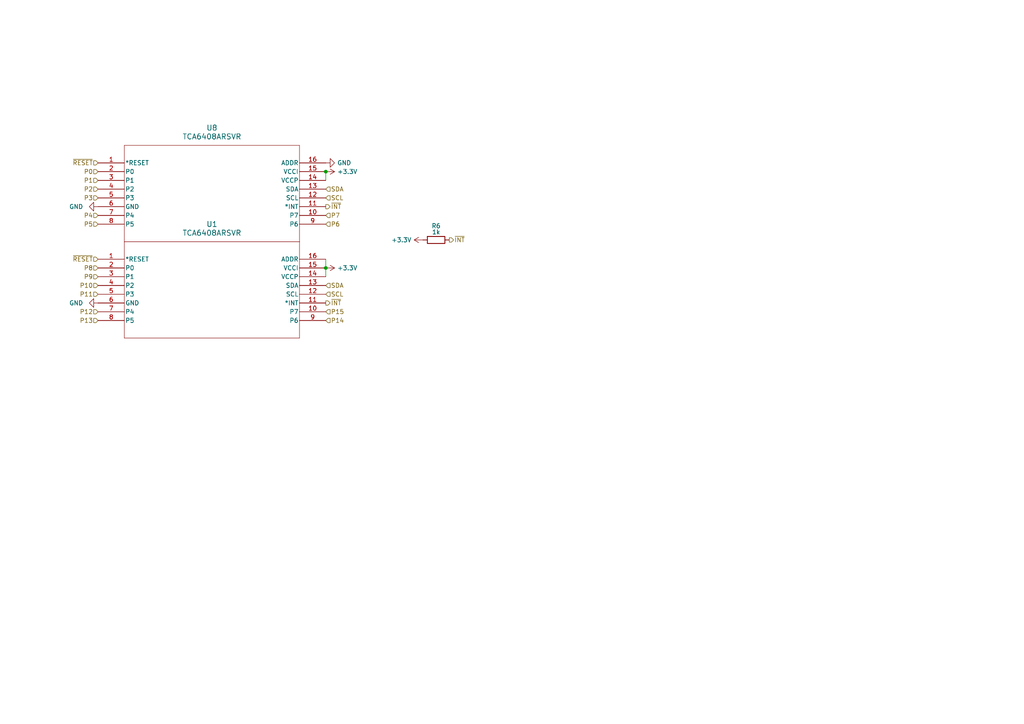
<source format=kicad_sch>
(kicad_sch (version 20230121) (generator eeschema)
  (paper "A4")
  (lib_symbols
    (symbol "2024-01-09_18-37-35:TCA6408ARSVR" (pin_names (offset 0.254))
      (property "Reference" "U" (at 33.02 10.16 0))
      (property "Value" "TCA6408ARSVR" (at 33.02 7.62 0))
      (symbol "TCA6408ARSVR_0_1"
        (polyline (pts (xy 7.62 -22.86) (xy 58.42 -22.86)) (stroke (width 0.127)))
        (polyline (pts (xy 7.62 5.08) (xy 7.62 -22.86)) (stroke (width 0.127)))
        (polyline (pts (xy 58.42 -22.86) (xy 58.42 5.08)) (stroke (width 0.127)))
        (polyline (pts (xy 58.42 5.08) (xy 7.62 5.08)) (stroke (width 0.127)))
        (pin input line (at 0 0 0) (length 7.62) (name "*RESET") (number "1"))
        (pin output line (at 66.04 -15.24 180) (length 7.62) (name "P7") (number "10"))
        (pin output line (at 66.04 -12.7 180) (length 7.62) (name "*INT") (number "11"))
        (pin bidirectional line (at 66.04 -10.16 180) (length 7.62) (name "SCL") (number "12"))
        (pin bidirectional line (at 66.04 -7.62 180) (length 7.62) (name "SDA") (number "13"))
        (pin power_in line (at 66.04 -5.08 180) (length 7.62) (name "VCCP") (number "14"))
        (pin power_in line (at 66.04 -2.54 180) (length 7.62) (name "VCCI") (number "15"))
        (pin unspecified line (at 66.04 0 180) (length 7.62) (name "ADDR") (number "16"))
        (pin output line (at 0 -2.54 0) (length 7.62) (name "P0") (number "2"))
        (pin output line (at 0 -5.08 0) (length 7.62) (name "P1") (number "3"))
        (pin output line (at 0 -7.62 0) (length 7.62) (name "P2") (number "4"))
        (pin output line (at 0 -10.16 0) (length 7.62) (name "P3") (number "5"))
        (pin power_in line (at 0 -12.7 0) (length 7.62) (name "GND") (number "6"))
        (pin output line (at 0 -15.24 0) (length 7.62) (name "P4") (number "7"))
        (pin output line (at 0 -17.78 0) (length 7.62) (name "P5") (number "8"))
        (pin output line (at 66.04 -17.78 180) (length 7.62) (name "P6") (number "9"))
      )
    )
    (symbol "Device:R" (pin_numbers hide) (pin_names (offset 0))
      (property "Reference" "R" (at 2.032 0 90))
      (property "Value" "R" (at 0 0 90))
      (symbol "R_0_1"
        (rectangle (start -1.016 -2.54) (end 1.016 2.54) (stroke (width 0.254)))
      )
      (symbol "R_1_1"
        (pin passive line (at 0 3.81 270) (length 1.27) (name "~") (number "1"))
        (pin passive line (at 0 -3.81 90) (length 1.27) (name "~") (number "2"))
      )
    )
    (symbol "power:+3.3V" (power) (pin_names (offset 0))
      (property "Value" "+3.3V" (at 0 3.556 0))
      (symbol "+3.3V_0_1"
        (polyline (pts (xy -0.762 1.27) (xy 0 2.54)))
        (polyline (pts (xy 0 0) (xy 0 2.54)))
        (polyline (pts (xy 0 2.54) (xy 0.762 1.27)))
      )
      (symbol "+3.3V_1_1"
        (pin power_in line (at 0 0 90) (length 0) hide (name "+3.3V") (number "1"))
      )
    )
    (symbol "power:GND" (power) (pin_names (offset 0))
      (property "Value" "GND" (at 0 -3.81 0))
      (symbol "GND_0_1"
        (polyline (pts (xy 0 0) (xy 0 -1.27) (xy 1.27 -1.27) (xy 0 -2.54) (xy -1.27 -1.27) (xy 0 -1.27)))
      )
      (symbol "GND_1_1"
        (pin power_in line (at 0 0 270) (length 0) hide (name "GND") (number "1"))
      )
    )
  )
  (junction (at 94.488 49.784))
  (junction (at 94.488 77.724))
  (wire (pts (xy 94.488 75.184) (xy 94.488 77.724)))
  (wire (pts (xy 94.488 49.784) (xy 94.488 52.324)))
  (wire (pts (xy 94.488 77.724) (xy 94.488 80.264)))
  (hierarchical_label "P6" (shape input) (at 94.488 65.024 0))
  (hierarchical_label "~{INT}" (shape output) (at 94.488 59.944 0))
  (hierarchical_label "P8" (shape input) (at 28.448 77.724 180))
  (hierarchical_label "P5" (shape input) (at 28.448 65.024 180))
  (hierarchical_label "P12" (shape input) (at 28.448 90.424 180))
  (hierarchical_label "~{RESET}" (shape input) (at 28.448 75.184 180))
  (hierarchical_label "~{INT}" (shape output) (at 94.488 87.884 0))
  (hierarchical_label "P1" (shape input) (at 28.448 52.324 180))
  (hierarchical_label "P10" (shape input) (at 28.448 82.804 180))
  (hierarchical_label "P7" (shape input) (at 94.488 62.484 0))
  (hierarchical_label "SDA" (shape input) (at 94.488 82.804 0))
  (hierarchical_label "P2" (shape input) (at 28.448 54.864 180))
  (hierarchical_label "SCL" (shape input) (at 94.488 57.404 0))
  (hierarchical_label "P15" (shape input) (at 94.488 90.424 0))
  (hierarchical_label "~{INT}" (shape output) (at 130.302 69.596 0))
  (hierarchical_label "P0" (shape input) (at 28.448 49.784 180))
  (hierarchical_label "P14" (shape input) (at 94.488 92.964 0))
  (hierarchical_label "P13" (shape input) (at 28.448 92.964 180))
  (hierarchical_label "SCL" (shape input) (at 94.488 85.344 0))
  (hierarchical_label "P3" (shape input) (at 28.448 57.404 180))
  (hierarchical_label "P4" (shape input) (at 28.448 62.484 180))
  (hierarchical_label "P11" (shape input) (at 28.448 85.344 180))
  (hierarchical_label "SDA" (shape input) (at 94.488 54.864 0))
  (hierarchical_label "P9" (shape input) (at 28.448 80.264 180))
  (hierarchical_label "~{RESET}" (shape input) (at 28.448 47.244 180))
  (symbol (lib_id "2024-01-09_18-37-35:TCA6408ARSVR") (at 28.448 75.184 0) (unit 1)
    (property "Reference" "U1" (at 61.468 65.024 0) (effects (font (size 1.524 1.524))))
    (property "Value" "TCA6408ARSVR" (at 61.468 67.564 0) (effects (font (size 1.524 1.524))))
    (property "Footprint" "RSV16" (effects hide))
    (property "Datasheet" "TCA6408ARSVR" (effects hide))
  )
  (symbol (lib_id "power:GND") (at 28.448 87.884 270) (unit 1)
    (property "Reference" "#PWR03" (effects hide))
    (property "Value" "GND" (at 24.13 87.884 90) (effects (justify right)))
  )
  (symbol (lib_id "power:+3.3V") (at 122.682 69.596 90) (unit 1)
    (property "Reference" "#PWR050" (effects hide))
    (property "Value" "+3.3V" (at 119.38 69.596 90) (effects (justify left)))
  )
  (symbol (lib_id "power:GND") (at 28.448 59.944 270) (unit 1)
    (property "Reference" "#PWR023" (effects hide))
    (property "Value" "GND" (at 24.13 59.944 90) (effects (justify right)))
  )
  (symbol (lib_id "power:+3.3V") (at 94.488 77.724 270) (unit 1)
    (property "Reference" "#PWR08" (effects hide))
    (property "Value" "+3.3V" (at 97.79 77.724 90) (effects (justify left)))
  )
  (symbol (lib_id "power:+3.3V") (at 94.488 49.784 270) (unit 1)
    (property "Reference" "#PWR027" (effects hide))
    (property "Value" "+3.3V" (at 97.79 49.784 90) (effects (justify left)))
  )
  (symbol (lib_id "Device:R") (at 126.492 69.596 90) (unit 1)
    (property "Reference" "R6" (at 126.492 65.532 90))
    (property "Value" "1k" (at 126.492 67.31 90))
  )
  (symbol (lib_id "2024-01-09_18-37-35:TCA6408ARSVR") (at 28.448 47.244 0) (unit 1)
    (property "Reference" "U8" (at 61.468 37.084 0) (effects (font (size 1.524 1.524))))
    (property "Value" "TCA6408ARSVR" (at 61.468 39.624 0) (effects (font (size 1.524 1.524))))
    (property "Footprint" "RSV16" (effects hide))
    (property "Datasheet" "TCA6408ARSVR" (effects hide))
  )
  (symbol (lib_id "power:GND") (at 94.488 47.244 90) (unit 1)
    (property "Reference" "#PWR026" (effects hide))
    (property "Value" "GND" (at 97.79 47.244 90) (effects (justify right)))
  )
)
</source>
